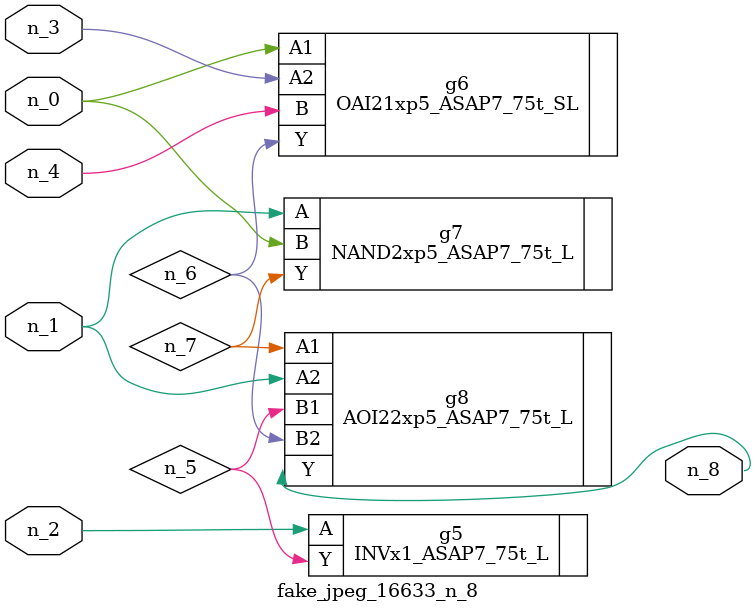
<source format=v>
module fake_jpeg_16633_n_8 (n_3, n_2, n_1, n_0, n_4, n_8);

input n_3;
input n_2;
input n_1;
input n_0;
input n_4;

output n_8;

wire n_6;
wire n_5;
wire n_7;

INVx1_ASAP7_75t_L g5 ( 
.A(n_2),
.Y(n_5)
);

OAI21xp5_ASAP7_75t_SL g6 ( 
.A1(n_0),
.A2(n_3),
.B(n_4),
.Y(n_6)
);

NAND2xp5_ASAP7_75t_L g7 ( 
.A(n_1),
.B(n_0),
.Y(n_7)
);

AOI22xp5_ASAP7_75t_L g8 ( 
.A1(n_7),
.A2(n_1),
.B1(n_5),
.B2(n_6),
.Y(n_8)
);


endmodule
</source>
